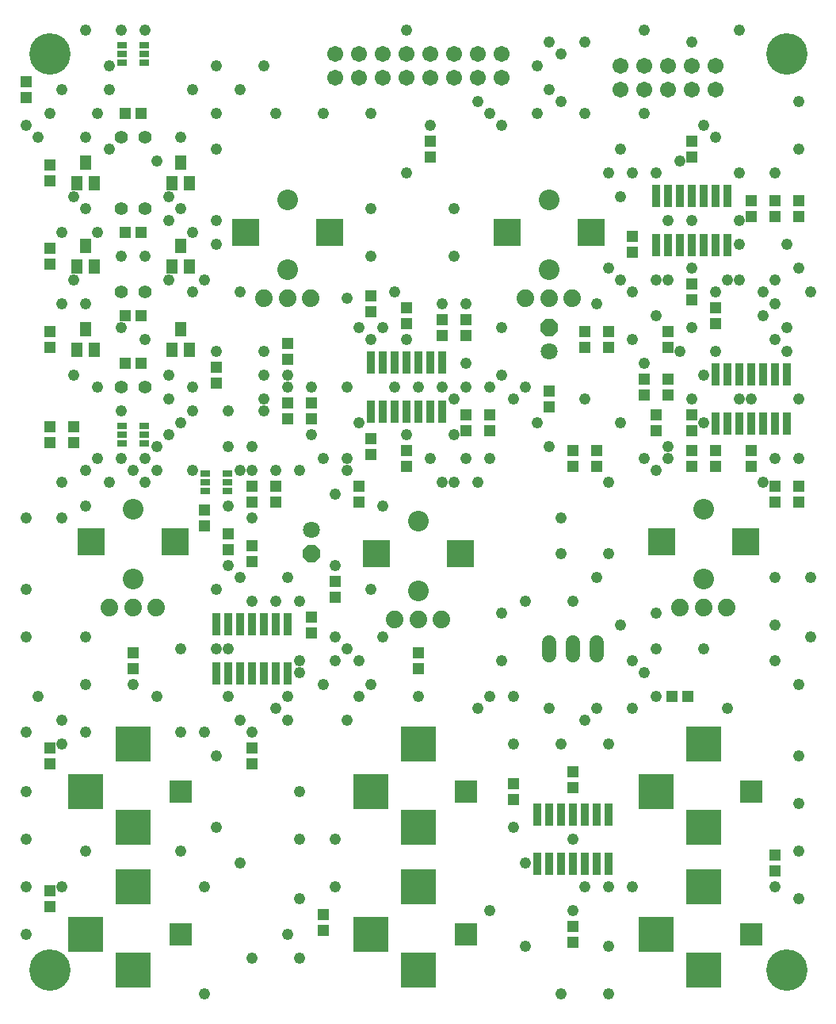
<source format=gts>
G75*
%MOIN*%
%OFA0B0*%
%FSLAX25Y25*%
%IPPOS*%
%LPD*%
%AMOC8*
5,1,8,0,0,1.08239X$1,22.5*
%
%ADD10R,0.05131X0.04737*%
%ADD11R,0.04737X0.05131*%
%ADD12C,0.07400*%
%ADD13R,0.11824X0.11824*%
%ADD14C,0.08674*%
%ADD15R,0.04737X0.06312*%
%ADD16C,0.06000*%
%ADD17R,0.03950X0.02965*%
%ADD18R,0.09800X0.09800*%
%ADD19R,0.14800X0.14800*%
%ADD20C,0.06737*%
%ADD21OC8,0.07100*%
%ADD22C,0.07100*%
%ADD23R,0.03200X0.09500*%
%ADD24C,0.04762*%
%ADD25C,0.05550*%
%ADD26C,0.17398*%
D10*
X0051800Y0063454D03*
X0051800Y0070146D03*
X0051800Y0123454D03*
X0051800Y0130146D03*
X0086800Y0163454D03*
X0086800Y0170146D03*
X0116800Y0223454D03*
X0116800Y0230146D03*
X0136800Y0233454D03*
X0136800Y0240146D03*
X0146800Y0240146D03*
X0146800Y0233454D03*
X0171800Y0200146D03*
X0171800Y0193454D03*
X0161800Y0185146D03*
X0161800Y0178454D03*
X0206800Y0170146D03*
X0206800Y0163454D03*
X0246800Y0115146D03*
X0246800Y0108454D03*
X0166800Y0060146D03*
X0166800Y0053454D03*
X0181800Y0233454D03*
X0181800Y0240146D03*
X0186800Y0253454D03*
X0186800Y0260146D03*
X0161800Y0268454D03*
X0161800Y0275146D03*
X0151800Y0293454D03*
X0151800Y0300146D03*
X0121800Y0290146D03*
X0121800Y0283454D03*
X0090146Y0291800D03*
X0083454Y0291800D03*
X0083454Y0311800D03*
X0090146Y0311800D03*
X0090146Y0346800D03*
X0083454Y0346800D03*
X0051800Y0340146D03*
X0051800Y0333454D03*
X0051800Y0305146D03*
X0051800Y0298454D03*
X0051800Y0265146D03*
X0051800Y0258454D03*
X0061800Y0258454D03*
X0061800Y0265146D03*
X0051800Y0368454D03*
X0051800Y0375146D03*
X0041800Y0403454D03*
X0041800Y0410146D03*
X0083454Y0396800D03*
X0090146Y0396800D03*
X0216800Y0310146D03*
X0216800Y0303454D03*
X0226800Y0303454D03*
X0226800Y0310146D03*
X0226800Y0270146D03*
X0226800Y0263454D03*
X0236800Y0263454D03*
X0236800Y0270146D03*
X0261800Y0273454D03*
X0261800Y0280146D03*
X0276800Y0298454D03*
X0276800Y0305146D03*
X0286800Y0305146D03*
X0286800Y0298454D03*
X0301800Y0285146D03*
X0301800Y0278454D03*
X0306800Y0270146D03*
X0306800Y0263454D03*
X0311800Y0278454D03*
X0311800Y0285146D03*
X0311800Y0298454D03*
X0311800Y0305146D03*
X0331800Y0308454D03*
X0331800Y0315146D03*
X0356800Y0353454D03*
X0356800Y0360146D03*
X0366800Y0360146D03*
X0366800Y0353454D03*
X0296800Y0345146D03*
X0296800Y0338454D03*
X0321800Y0270146D03*
X0321800Y0263454D03*
X0321800Y0255146D03*
X0321800Y0248454D03*
X0331800Y0248454D03*
X0331800Y0255146D03*
X0356800Y0240146D03*
X0356800Y0233454D03*
X0366800Y0233454D03*
X0366800Y0240146D03*
X0281800Y0248454D03*
X0281800Y0255146D03*
X0271800Y0255146D03*
X0271800Y0248454D03*
X0356800Y0085146D03*
X0356800Y0078454D03*
D11*
X0320146Y0151800D03*
X0313454Y0151800D03*
X0271800Y0120146D03*
X0271800Y0113454D03*
X0271800Y0055146D03*
X0271800Y0048454D03*
X0136800Y0123454D03*
X0136800Y0130146D03*
X0136800Y0208454D03*
X0136800Y0215146D03*
X0126800Y0213454D03*
X0126800Y0220146D03*
X0151800Y0268454D03*
X0151800Y0275146D03*
X0186800Y0313454D03*
X0186800Y0320146D03*
X0201800Y0315146D03*
X0201800Y0308454D03*
X0201800Y0255146D03*
X0201800Y0248454D03*
X0211800Y0378454D03*
X0211800Y0385146D03*
X0321800Y0385146D03*
X0321800Y0378454D03*
X0346800Y0360146D03*
X0346800Y0353454D03*
X0321800Y0325146D03*
X0321800Y0318454D03*
X0346800Y0255146D03*
X0346800Y0248454D03*
D12*
X0336643Y0189241D03*
X0326800Y0189241D03*
X0316957Y0189241D03*
X0216643Y0184241D03*
X0206800Y0184241D03*
X0196957Y0184241D03*
X0096643Y0189241D03*
X0086800Y0189241D03*
X0076957Y0189241D03*
X0141957Y0319241D03*
X0151800Y0319241D03*
X0161643Y0319241D03*
X0251957Y0319241D03*
X0261800Y0319241D03*
X0271643Y0319241D03*
D13*
X0279517Y0346800D03*
X0244083Y0346800D03*
X0169517Y0346800D03*
X0134083Y0346800D03*
X0104517Y0216800D03*
X0069083Y0216800D03*
X0189083Y0211800D03*
X0224517Y0211800D03*
X0309083Y0216800D03*
X0344517Y0216800D03*
D14*
X0326800Y0230580D03*
X0326800Y0201052D03*
X0261800Y0331052D03*
X0261800Y0360580D03*
X0151800Y0360580D03*
X0151800Y0331052D03*
X0086800Y0230580D03*
X0086800Y0201052D03*
X0206800Y0196052D03*
X0206800Y0225580D03*
D15*
X0110540Y0297469D03*
X0103060Y0297469D03*
X0106800Y0306131D03*
X0103060Y0332469D03*
X0110540Y0332469D03*
X0106800Y0341131D03*
X0103060Y0367469D03*
X0106800Y0376131D03*
X0110540Y0367469D03*
X0070540Y0367469D03*
X0066800Y0376131D03*
X0063060Y0367469D03*
X0066800Y0341131D03*
X0063060Y0332469D03*
X0070540Y0332469D03*
X0066800Y0306131D03*
X0063060Y0297469D03*
X0070540Y0297469D03*
D16*
X0261800Y0174400D02*
X0261800Y0169200D01*
X0271800Y0169200D02*
X0271800Y0174400D01*
X0281800Y0174400D02*
X0281800Y0169200D01*
D17*
X0126524Y0238060D03*
X0126524Y0241800D03*
X0126524Y0245540D03*
X0117076Y0245540D03*
X0117076Y0241800D03*
X0117076Y0238060D03*
X0091524Y0258060D03*
X0091524Y0261800D03*
X0091524Y0265540D03*
X0082076Y0265540D03*
X0082076Y0261800D03*
X0082076Y0258060D03*
X0082076Y0418060D03*
X0082076Y0421800D03*
X0082076Y0425540D03*
X0091524Y0425540D03*
X0091524Y0421800D03*
X0091524Y0418060D03*
D18*
X0106800Y0111800D03*
X0106800Y0051800D03*
X0226800Y0051800D03*
X0226800Y0111800D03*
X0346800Y0111800D03*
X0346800Y0051800D03*
D19*
X0326800Y0036800D03*
X0306800Y0051800D03*
X0326800Y0071800D03*
X0326800Y0096800D03*
X0306800Y0111800D03*
X0326800Y0131800D03*
X0206800Y0131800D03*
X0186800Y0111800D03*
X0206800Y0096800D03*
X0206800Y0071800D03*
X0186800Y0051800D03*
X0206800Y0036800D03*
X0086800Y0036800D03*
X0066800Y0051800D03*
X0086800Y0071800D03*
X0086800Y0096800D03*
X0066800Y0111800D03*
X0086800Y0131800D03*
D20*
X0291800Y0406800D03*
X0291800Y0416800D03*
X0301800Y0416800D03*
X0301800Y0406800D03*
X0311800Y0406800D03*
X0311800Y0416800D03*
X0321800Y0416800D03*
X0321800Y0406800D03*
X0331800Y0406800D03*
X0331800Y0416800D03*
X0241800Y0411800D03*
X0241800Y0421800D03*
X0231800Y0421800D03*
X0231800Y0411800D03*
X0221800Y0411800D03*
X0221800Y0421800D03*
X0211800Y0421800D03*
X0211800Y0411800D03*
X0201800Y0411800D03*
X0201800Y0421800D03*
X0191800Y0421800D03*
X0191800Y0411800D03*
X0181800Y0411800D03*
X0181800Y0421800D03*
X0171800Y0421800D03*
X0171800Y0411800D03*
D21*
X0261800Y0306800D03*
X0161800Y0211800D03*
D22*
X0161800Y0221800D03*
X0261800Y0296800D03*
D23*
X0306800Y0341550D03*
X0311800Y0341550D03*
X0316800Y0341550D03*
X0321800Y0341550D03*
X0326800Y0341550D03*
X0331800Y0341550D03*
X0336800Y0341550D03*
X0336800Y0362050D03*
X0331800Y0362050D03*
X0326800Y0362050D03*
X0321800Y0362050D03*
X0316800Y0362050D03*
X0311800Y0362050D03*
X0306800Y0362050D03*
X0331800Y0287050D03*
X0336800Y0287050D03*
X0341800Y0287050D03*
X0346800Y0287050D03*
X0351800Y0287050D03*
X0356800Y0287050D03*
X0361800Y0287050D03*
X0361800Y0266550D03*
X0356800Y0266550D03*
X0351800Y0266550D03*
X0346800Y0266550D03*
X0341800Y0266550D03*
X0336800Y0266550D03*
X0331800Y0266550D03*
X0216800Y0271550D03*
X0211800Y0271550D03*
X0206800Y0271550D03*
X0201800Y0271550D03*
X0196800Y0271550D03*
X0191800Y0271550D03*
X0186800Y0271550D03*
X0186800Y0292050D03*
X0191800Y0292050D03*
X0196800Y0292050D03*
X0201800Y0292050D03*
X0206800Y0292050D03*
X0211800Y0292050D03*
X0216800Y0292050D03*
X0151800Y0182050D03*
X0146800Y0182050D03*
X0141800Y0182050D03*
X0136800Y0182050D03*
X0131800Y0182050D03*
X0126800Y0182050D03*
X0121800Y0182050D03*
X0121800Y0161550D03*
X0126800Y0161550D03*
X0131800Y0161550D03*
X0136800Y0161550D03*
X0141800Y0161550D03*
X0146800Y0161550D03*
X0151800Y0161550D03*
X0256800Y0102050D03*
X0261800Y0102050D03*
X0266800Y0102050D03*
X0271800Y0102050D03*
X0276800Y0102050D03*
X0281800Y0102050D03*
X0286800Y0102050D03*
X0286800Y0081550D03*
X0281800Y0081550D03*
X0276800Y0081550D03*
X0271800Y0081550D03*
X0266800Y0081550D03*
X0261800Y0081550D03*
X0256800Y0081550D03*
D24*
X0041800Y0051800D03*
X0041800Y0071800D03*
X0056800Y0071800D03*
X0066800Y0086800D03*
X0041800Y0091800D03*
X0041800Y0111800D03*
X0056800Y0131800D03*
X0056800Y0141800D03*
X0046800Y0151800D03*
X0041800Y0136800D03*
X0066800Y0136800D03*
X0066800Y0156800D03*
X0066800Y0176800D03*
X0086800Y0156800D03*
X0096800Y0151800D03*
X0106800Y0136800D03*
X0116800Y0136800D03*
X0121800Y0126800D03*
X0131800Y0141800D03*
X0136800Y0136800D03*
X0146800Y0146800D03*
X0151800Y0141800D03*
X0151800Y0151800D03*
X0156800Y0161800D03*
X0156800Y0166800D03*
X0166800Y0156800D03*
X0171800Y0166800D03*
X0176800Y0171800D03*
X0171800Y0176800D03*
X0181800Y0166800D03*
X0186800Y0156800D03*
X0181800Y0151800D03*
X0176800Y0141800D03*
X0156800Y0111800D03*
X0156800Y0091800D03*
X0171800Y0091800D03*
X0171800Y0071800D03*
X0156800Y0066800D03*
X0151800Y0051800D03*
X0156800Y0041800D03*
X0136800Y0041800D03*
X0116800Y0026800D03*
X0116800Y0071800D03*
X0131800Y0081800D03*
X0121800Y0096800D03*
X0106800Y0086800D03*
X0126800Y0151800D03*
X0126800Y0171800D03*
X0121800Y0171800D03*
X0106800Y0171800D03*
X0121800Y0196800D03*
X0126800Y0206800D03*
X0131800Y0201800D03*
X0136800Y0191800D03*
X0146800Y0191800D03*
X0151800Y0201800D03*
X0156800Y0191800D03*
X0171800Y0206800D03*
X0186800Y0196800D03*
X0191800Y0176800D03*
X0206800Y0151800D03*
X0231800Y0146800D03*
X0236800Y0151800D03*
X0246800Y0151800D03*
X0241800Y0166800D03*
X0241800Y0186800D03*
X0251800Y0191800D03*
X0266800Y0211800D03*
X0266800Y0226800D03*
X0286800Y0211800D03*
X0281800Y0201800D03*
X0271800Y0191800D03*
X0291800Y0181800D03*
X0306800Y0186800D03*
X0306800Y0171800D03*
X0301800Y0161800D03*
X0296800Y0166800D03*
X0306800Y0151800D03*
X0296800Y0146800D03*
X0286800Y0131800D03*
X0276800Y0141800D03*
X0281800Y0146800D03*
X0266800Y0131800D03*
X0261800Y0146800D03*
X0246800Y0131800D03*
X0246800Y0096800D03*
X0251800Y0081800D03*
X0271800Y0091800D03*
X0276800Y0071800D03*
X0286800Y0071800D03*
X0296800Y0071800D03*
X0286800Y0046800D03*
X0271800Y0061800D03*
X0251800Y0046800D03*
X0236800Y0061800D03*
X0266800Y0026800D03*
X0286800Y0026800D03*
X0356800Y0071800D03*
X0366800Y0066800D03*
X0366800Y0086800D03*
X0366800Y0106800D03*
X0366800Y0126800D03*
X0366800Y0156800D03*
X0356800Y0166800D03*
X0356800Y0181800D03*
X0371800Y0176800D03*
X0371800Y0201800D03*
X0356800Y0201800D03*
X0326800Y0171800D03*
X0336800Y0146800D03*
X0351800Y0241800D03*
X0356800Y0251800D03*
X0366800Y0251800D03*
X0366800Y0276800D03*
X0361800Y0296800D03*
X0356800Y0301800D03*
X0361800Y0306800D03*
X0356800Y0316800D03*
X0351800Y0311800D03*
X0351800Y0321800D03*
X0356800Y0326800D03*
X0366800Y0331800D03*
X0361800Y0341800D03*
X0371800Y0321800D03*
X0341800Y0326800D03*
X0336800Y0326800D03*
X0331800Y0321800D03*
X0321800Y0331800D03*
X0311800Y0326800D03*
X0306800Y0326800D03*
X0296800Y0321800D03*
X0291800Y0326800D03*
X0286800Y0331800D03*
X0281800Y0316800D03*
X0296800Y0301800D03*
X0301800Y0291800D03*
X0316800Y0296800D03*
X0321800Y0306800D03*
X0331800Y0296800D03*
X0326800Y0286800D03*
X0321800Y0276800D03*
X0326800Y0266800D03*
X0341800Y0276800D03*
X0346800Y0276800D03*
X0311800Y0256800D03*
X0311800Y0251800D03*
X0306800Y0246800D03*
X0301800Y0251800D03*
X0291800Y0266800D03*
X0276800Y0276800D03*
X0256800Y0266800D03*
X0261800Y0256800D03*
X0246800Y0276800D03*
X0251800Y0281800D03*
X0241800Y0286800D03*
X0236800Y0281800D03*
X0226800Y0281800D03*
X0221800Y0276800D03*
X0216800Y0281800D03*
X0206800Y0281800D03*
X0196800Y0281800D03*
X0201800Y0301800D03*
X0191800Y0306800D03*
X0186800Y0301800D03*
X0181800Y0306800D03*
X0176800Y0319241D03*
X0186800Y0336800D03*
X0196800Y0321800D03*
X0216800Y0316800D03*
X0226800Y0316800D03*
X0241800Y0306800D03*
X0226800Y0291800D03*
X0221800Y0261800D03*
X0226800Y0251800D03*
X0236800Y0251800D03*
X0231800Y0241800D03*
X0221800Y0241800D03*
X0216800Y0241800D03*
X0211800Y0251800D03*
X0201800Y0261800D03*
X0181800Y0266800D03*
X0176800Y0251800D03*
X0176800Y0246800D03*
X0171800Y0236800D03*
X0166800Y0251800D03*
X0161800Y0261800D03*
X0156800Y0246800D03*
X0146800Y0246800D03*
X0136800Y0246800D03*
X0131800Y0246800D03*
X0126800Y0256800D03*
X0136800Y0256800D03*
X0141800Y0271800D03*
X0141800Y0276800D03*
X0141800Y0286800D03*
X0141800Y0296800D03*
X0151800Y0286800D03*
X0151800Y0281800D03*
X0161800Y0281800D03*
X0176800Y0281800D03*
X0191800Y0231800D03*
X0136800Y0226800D03*
X0126800Y0231800D03*
X0111800Y0246800D03*
X0101800Y0261800D03*
X0106800Y0266800D03*
X0111800Y0271800D03*
X0101800Y0276800D03*
X0101800Y0286800D03*
X0111800Y0281800D03*
X0121800Y0296800D03*
X0111800Y0321800D03*
X0116800Y0326800D03*
X0121800Y0341800D03*
X0121800Y0351800D03*
X0111800Y0346800D03*
X0106800Y0356800D03*
X0101800Y0351800D03*
X0101800Y0361800D03*
X0096800Y0376800D03*
X0106800Y0386800D03*
X0121800Y0381800D03*
X0121800Y0396800D03*
X0131800Y0406800D03*
X0121800Y0416800D03*
X0111800Y0406800D03*
X0091800Y0431800D03*
X0081800Y0431800D03*
X0066800Y0431800D03*
X0076800Y0416800D03*
X0076800Y0406800D03*
X0071800Y0396800D03*
X0066800Y0386800D03*
X0076800Y0381800D03*
X0061800Y0361800D03*
X0066800Y0356800D03*
X0071800Y0346800D03*
X0081800Y0336800D03*
X0091800Y0336800D03*
X0101800Y0326800D03*
X0081800Y0306800D03*
X0091800Y0301800D03*
X0071800Y0281800D03*
X0061800Y0286800D03*
X0081800Y0271800D03*
X0096800Y0256800D03*
X0091800Y0251800D03*
X0086800Y0246800D03*
X0081800Y0251800D03*
X0076800Y0241800D03*
X0071800Y0251800D03*
X0066800Y0246800D03*
X0056800Y0241800D03*
X0066800Y0231800D03*
X0056800Y0226800D03*
X0041800Y0226800D03*
X0041800Y0196800D03*
X0041800Y0176800D03*
X0091800Y0241800D03*
X0096800Y0246800D03*
X0126800Y0271800D03*
X0131800Y0321800D03*
X0186800Y0356800D03*
X0201800Y0371800D03*
X0211800Y0391800D03*
X0231800Y0401800D03*
X0236800Y0396800D03*
X0241800Y0391800D03*
X0256800Y0396800D03*
X0261800Y0406800D03*
X0266800Y0401800D03*
X0276800Y0396800D03*
X0291800Y0381800D03*
X0286800Y0371800D03*
X0291800Y0361800D03*
X0296800Y0371800D03*
X0306800Y0371800D03*
X0316800Y0376800D03*
X0326800Y0391800D03*
X0331800Y0386800D03*
X0341800Y0371800D03*
X0356800Y0371800D03*
X0366800Y0381800D03*
X0366800Y0401800D03*
X0341800Y0431800D03*
X0321800Y0426800D03*
X0301800Y0431800D03*
X0276800Y0426800D03*
X0266800Y0421800D03*
X0261800Y0426800D03*
X0256800Y0416800D03*
X0301800Y0396800D03*
X0311800Y0351800D03*
X0321800Y0351800D03*
X0341800Y0351800D03*
X0341800Y0341800D03*
X0306800Y0311800D03*
X0286800Y0241800D03*
X0221800Y0336800D03*
X0221800Y0356800D03*
X0186800Y0396800D03*
X0166800Y0396800D03*
X0146800Y0396800D03*
X0141800Y0416800D03*
X0201800Y0431800D03*
X0066800Y0316800D03*
X0056800Y0316800D03*
X0061800Y0326800D03*
X0056800Y0346800D03*
X0046800Y0386800D03*
X0041800Y0391800D03*
X0051800Y0396800D03*
X0056800Y0406800D03*
D25*
X0081800Y0386800D03*
X0091800Y0386800D03*
X0091800Y0356800D03*
X0081800Y0356800D03*
X0081800Y0321800D03*
X0091800Y0321800D03*
X0091800Y0281800D03*
X0081800Y0281800D03*
D26*
X0051800Y0421800D03*
X0361800Y0421800D03*
X0361800Y0036800D03*
X0051800Y0036800D03*
M02*

</source>
